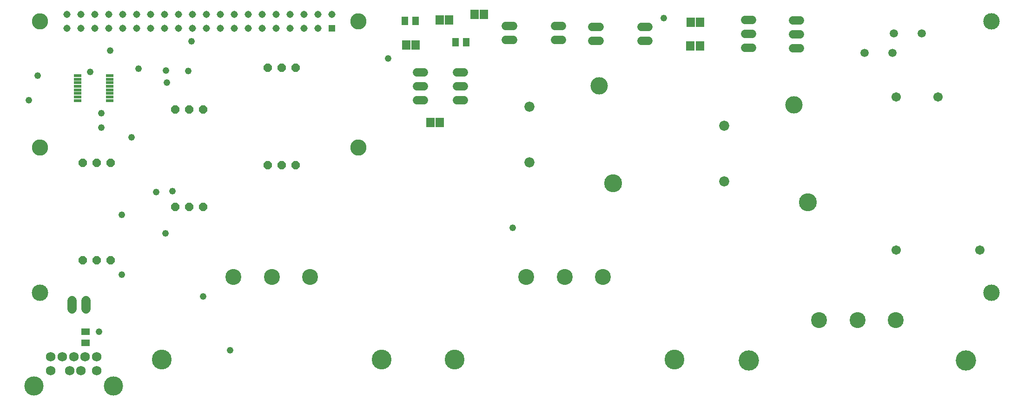
<source format=gts>
G75*
%MOIN*%
%OFA0B0*%
%FSLAX25Y25*%
%IPPOS*%
%LPD*%
%AMOC8*
5,1,8,0,0,1.08239X$1,22.5*
%
%ADD10C,0.11824*%
%ADD11R,0.05918X0.06706*%
%ADD12C,0.06000*%
%ADD13C,0.05950*%
%ADD14C,0.06737*%
%ADD15C,0.06737*%
%ADD16R,0.05524X0.02375*%
%ADD17R,0.05131X0.06312*%
%ADD18R,0.06312X0.05131*%
%ADD19C,0.13800*%
%ADD20C,0.06800*%
%ADD21C,0.11450*%
%ADD22C,0.14200*%
%ADD23OC8,0.05950*%
%ADD24C,0.11430*%
%ADD25C,0.14580*%
%ADD26C,0.07250*%
%ADD27C,0.12500*%
%ADD28C,0.12900*%
%ADD29C,0.11627*%
%ADD30R,0.05162X0.05162*%
%ADD31C,0.05162*%
%ADD32C,0.04800*%
D10*
X0030578Y0102465D03*
X0713019Y0102465D03*
X0713019Y0297465D03*
D11*
X0503777Y0296799D03*
X0497084Y0296799D03*
X0497057Y0279742D03*
X0503750Y0279742D03*
X0348809Y0302413D03*
X0342116Y0302413D03*
X0323812Y0298416D03*
X0317119Y0298416D03*
X0299811Y0280417D03*
X0293118Y0280417D03*
X0310449Y0224754D03*
X0317142Y0224754D03*
D12*
X0306061Y0240809D02*
X0300861Y0240809D01*
X0300861Y0250809D02*
X0306061Y0250809D01*
X0306061Y0260809D02*
X0300861Y0260809D01*
X0329522Y0260809D02*
X0334722Y0260809D01*
X0334722Y0250809D02*
X0329522Y0250809D01*
X0329522Y0240809D02*
X0334722Y0240809D01*
X0364579Y0284138D02*
X0369779Y0284138D01*
X0369779Y0294138D02*
X0364579Y0294138D01*
X0399779Y0294138D02*
X0404979Y0294138D01*
X0404979Y0284138D02*
X0399779Y0284138D01*
X0426573Y0283468D02*
X0431773Y0283468D01*
X0431773Y0293468D02*
X0426573Y0293468D01*
X0461773Y0293468D02*
X0466973Y0293468D01*
X0466973Y0283468D02*
X0461773Y0283468D01*
X0536178Y0288427D02*
X0541378Y0288427D01*
X0541378Y0278427D02*
X0536178Y0278427D01*
X0570511Y0278094D02*
X0575711Y0278094D01*
X0575711Y0288094D02*
X0570511Y0288094D01*
X0570511Y0298094D02*
X0575711Y0298094D01*
X0541378Y0298427D02*
X0536178Y0298427D01*
D13*
X0622058Y0274746D03*
X0642058Y0274746D03*
X0643060Y0288743D03*
X0663060Y0288743D03*
D14*
X0674442Y0243134D03*
X0644442Y0243134D03*
X0644442Y0133134D03*
X0704442Y0133134D03*
D15*
X0063432Y0096762D02*
X0063432Y0090825D01*
X0053432Y0090825D02*
X0053432Y0096762D01*
D16*
X0057618Y0240518D03*
X0057618Y0243077D03*
X0057618Y0245636D03*
X0057618Y0248195D03*
X0057618Y0250754D03*
X0057618Y0253313D03*
X0057618Y0255873D03*
X0057618Y0258432D03*
X0080649Y0258432D03*
X0080649Y0255873D03*
X0080649Y0253313D03*
X0080649Y0250754D03*
X0080649Y0248195D03*
X0080649Y0245636D03*
X0080649Y0243077D03*
X0080649Y0240518D03*
D17*
X0292180Y0297805D03*
X0300054Y0297805D03*
X0328483Y0282406D03*
X0336357Y0282406D03*
D18*
X0063133Y0074410D03*
X0063133Y0066536D03*
D19*
X0026298Y0035606D03*
X0083298Y0035606D03*
D20*
X0071298Y0046606D03*
X0059798Y0046606D03*
X0051798Y0046606D03*
X0038298Y0046606D03*
X0038298Y0056606D03*
X0046548Y0056606D03*
X0054798Y0056606D03*
X0063048Y0056606D03*
X0071298Y0056606D03*
D21*
X0169239Y0113803D03*
X0196798Y0113803D03*
X0224358Y0113803D03*
X0379239Y0113803D03*
X0406798Y0113803D03*
X0434358Y0113803D03*
D22*
X0485539Y0054354D03*
X0328058Y0054354D03*
X0275539Y0054354D03*
X0118058Y0054354D03*
D23*
X0081126Y0125784D03*
X0071126Y0125784D03*
X0061126Y0125784D03*
X0127453Y0164114D03*
X0137453Y0164114D03*
X0147453Y0164114D03*
X0193780Y0194111D03*
X0203780Y0194111D03*
X0213780Y0194111D03*
X0147453Y0234114D03*
X0137453Y0234114D03*
X0127453Y0234114D03*
X0193780Y0264111D03*
X0203780Y0264111D03*
X0213780Y0264111D03*
X0081126Y0195784D03*
X0071126Y0195784D03*
X0061126Y0195784D03*
D24*
X0589239Y0082665D03*
X0616798Y0082665D03*
X0644358Y0082665D03*
D25*
X0694554Y0053924D03*
X0539043Y0053924D03*
D26*
X0521075Y0182450D03*
X0521075Y0222450D03*
X0381423Y0236115D03*
X0381423Y0196115D03*
D27*
X0431423Y0251115D03*
X0571075Y0237450D03*
D28*
X0441423Y0181115D03*
X0581075Y0167450D03*
D29*
X0258924Y0206913D03*
X0258924Y0297465D03*
X0030578Y0297465D03*
X0030578Y0206913D03*
D30*
X0239751Y0292465D03*
D31*
X0229751Y0292465D03*
X0219751Y0292465D03*
X0209751Y0292465D03*
X0199751Y0292465D03*
X0189751Y0292465D03*
X0179751Y0292465D03*
X0169751Y0292465D03*
X0159751Y0292465D03*
X0149751Y0292465D03*
X0139751Y0292465D03*
X0129751Y0292465D03*
X0119751Y0292465D03*
X0109751Y0292465D03*
X0099751Y0292465D03*
X0089751Y0292465D03*
X0079751Y0292465D03*
X0069751Y0292465D03*
X0059751Y0292465D03*
X0049751Y0292465D03*
X0049751Y0302465D03*
X0059751Y0302465D03*
X0069751Y0302465D03*
X0079751Y0302465D03*
X0089751Y0302465D03*
X0099751Y0302465D03*
X0109751Y0302465D03*
X0119751Y0302465D03*
X0129751Y0302465D03*
X0139751Y0302465D03*
X0149751Y0302465D03*
X0159751Y0302465D03*
X0169751Y0302465D03*
X0179751Y0302465D03*
X0189751Y0302465D03*
X0199751Y0302465D03*
X0209751Y0302465D03*
X0219751Y0302465D03*
X0229751Y0302465D03*
X0239751Y0302465D03*
D32*
X0280105Y0270773D03*
X0139120Y0283105D03*
X0101123Y0263441D03*
X0120788Y0262107D03*
X0121455Y0253441D03*
X0136787Y0261774D03*
X0080792Y0276439D03*
X0066460Y0261107D03*
X0028797Y0258441D03*
X0022465Y0240776D03*
X0074459Y0231444D03*
X0074459Y0221111D03*
X0096124Y0214112D03*
X0125454Y0175449D03*
X0113789Y0174783D03*
X0089125Y0158451D03*
X0120455Y0145119D03*
X0089125Y0115455D03*
X0147452Y0099790D03*
X0072793Y0074459D03*
X0166784Y0061127D03*
X0369430Y0149119D03*
X0477752Y0299770D03*
M02*

</source>
